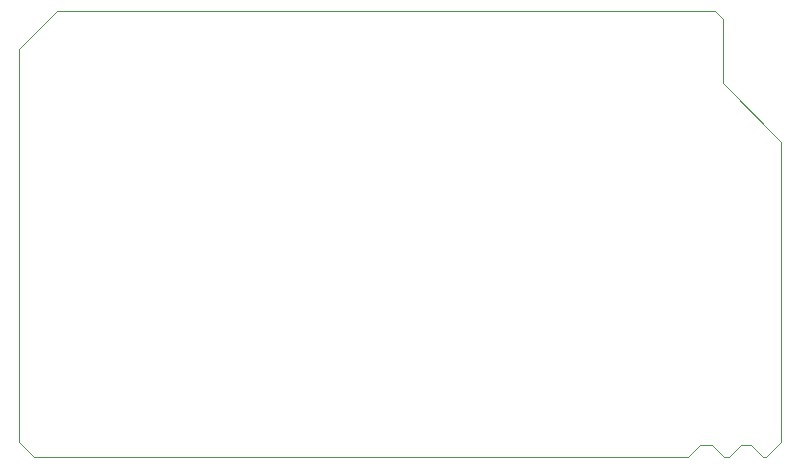
<source format=gko>
G75*
%MOIN*%
%OFA0B0*%
%FSLAX25Y25*%
%IPPOS*%
%LPD*%
%AMOC8*
5,1,8,0,0,1.08239X$1,22.5*
%
%ADD10C,0.00000*%
D10*
X0003100Y0006600D02*
X0008100Y0001600D01*
X0226100Y0001600D01*
X0230100Y0005600D01*
X0234100Y0005600D01*
X0238100Y0001600D01*
X0239600Y0001600D01*
X0243600Y0005600D01*
X0247100Y0005600D01*
X0251100Y0001600D01*
X0252100Y0001600D01*
X0257100Y0006600D01*
X0257100Y0106600D01*
X0237600Y0126100D01*
X0237600Y0147600D01*
X0235100Y0150100D01*
X0015600Y0150100D01*
X0003100Y0137600D01*
X0003100Y0006600D01*
M02*

</source>
